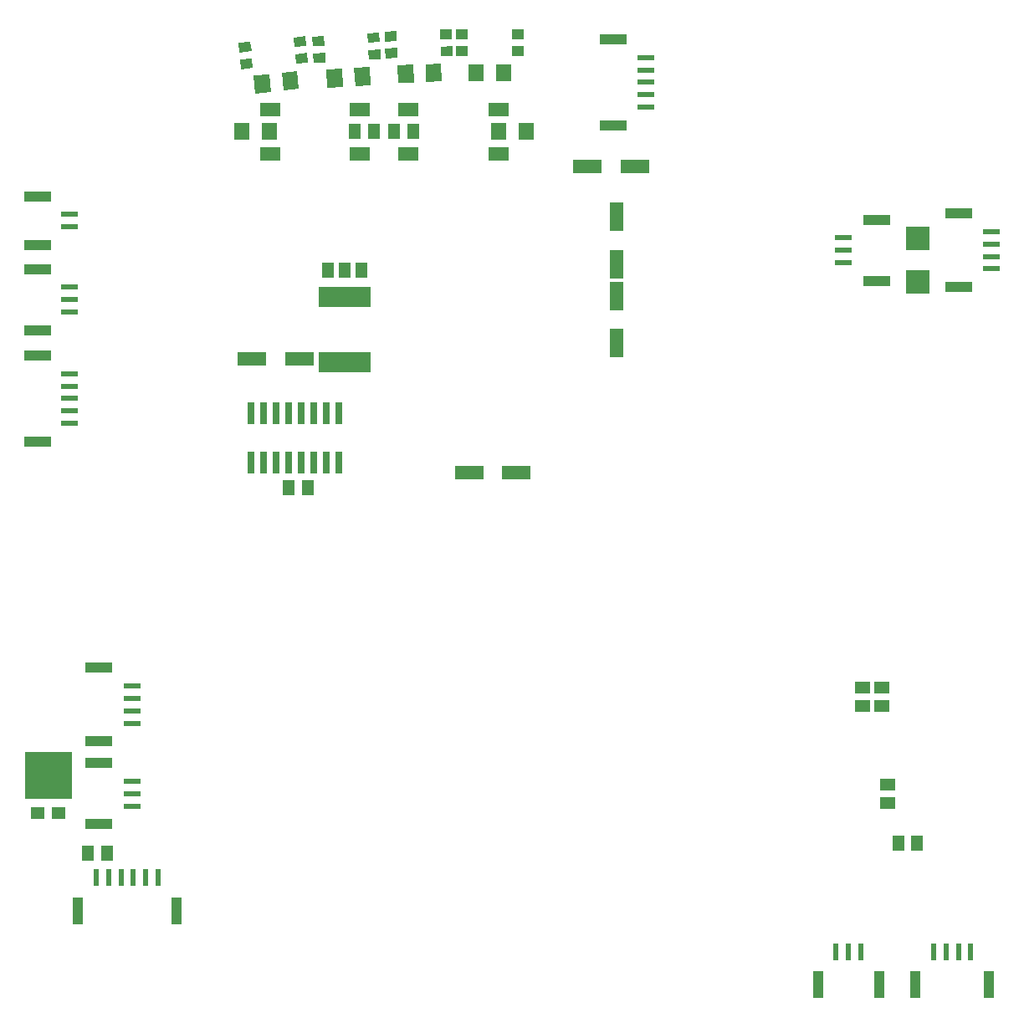
<source format=gbr>
G04 EAGLE Gerber RS-274X export*
G75*
%MOMM*%
%FSLAX34Y34*%
%LPD*%
%INSolderpaste Top*%
%IPPOS*%
%AMOC8*
5,1,8,0,0,1.08239X$1,22.5*%
G01*
%ADD10R,3.000000X1.400000*%
%ADD11R,1.400000X3.000000*%
%ADD12R,4.800000X4.720000*%
%ADD13R,1.400000X1.270000*%
%ADD14R,0.600000X1.700000*%
%ADD15R,1.000000X2.800000*%
%ADD16R,1.700000X0.600000*%
%ADD17R,2.800000X1.000000*%
%ADD18R,2.700000X1.000000*%
%ADD19R,2.400000X2.400000*%
%ADD20R,1.200000X1.000000*%
%ADD21R,1.600000X1.803000*%
%ADD22R,0.639100X2.268500*%
%ADD23R,1.300000X1.500000*%
%ADD24R,5.300000X2.000000*%
%ADD25R,2.100000X1.400000*%
%ADD26R,1.500000X1.300000*%


D10*
X456000Y545000D03*
X504000Y545000D03*
D11*
X605000Y724000D03*
X605000Y676000D03*
D12*
X30000Y238100D03*
D13*
X19600Y200000D03*
X40400Y200000D03*
D14*
X827500Y60000D03*
X840000Y60000D03*
D15*
X871000Y26500D03*
X809000Y26500D03*
D14*
X852500Y60000D03*
X926250Y60000D03*
X938750Y60000D03*
D15*
X982250Y26500D03*
X907750Y26500D03*
D14*
X951250Y60000D03*
X963750Y60000D03*
X78750Y135000D03*
X91250Y135000D03*
D15*
X159750Y101500D03*
X60250Y101500D03*
D14*
X103750Y135000D03*
X116250Y135000D03*
X128750Y135000D03*
X141250Y135000D03*
D16*
X115000Y328750D03*
X115000Y316250D03*
D17*
X81500Y272750D03*
X81500Y347250D03*
D16*
X115000Y303750D03*
X115000Y291250D03*
X835000Y757500D03*
X835000Y770000D03*
D17*
X868500Y801000D03*
X868500Y739000D03*
D16*
X835000Y782500D03*
X51500Y732500D03*
X51500Y720000D03*
D18*
X19500Y689000D03*
X19500Y751000D03*
D16*
X51500Y707500D03*
X985000Y788750D03*
X985000Y776250D03*
D17*
X951500Y732750D03*
X951500Y807250D03*
D16*
X985000Y763750D03*
X985000Y751250D03*
X115000Y232500D03*
X115000Y220000D03*
D17*
X81500Y189000D03*
X81500Y251000D03*
D16*
X115000Y207500D03*
X51500Y806250D03*
X51500Y793750D03*
D18*
X19500Y775250D03*
X19500Y824750D03*
D16*
X51500Y645000D03*
X51500Y632500D03*
D18*
X19500Y576500D03*
X19500Y663500D03*
D16*
X51500Y620000D03*
X51500Y607500D03*
X51500Y595000D03*
D19*
X910000Y738000D03*
X910000Y782000D03*
D20*
G36*
X237395Y954454D02*
X225451Y953303D01*
X224493Y963256D01*
X236437Y964407D01*
X237395Y954454D01*
G37*
G36*
X235765Y971376D02*
X223821Y970225D01*
X222863Y980178D01*
X234807Y981329D01*
X235765Y971376D01*
G37*
G36*
X291507Y976744D02*
X279563Y975593D01*
X278605Y985546D01*
X290549Y986697D01*
X291507Y976744D01*
G37*
G36*
X293137Y959822D02*
X281193Y958671D01*
X280235Y968624D01*
X292179Y969775D01*
X293137Y959822D01*
G37*
D21*
G36*
X255672Y930431D02*
X239746Y928897D01*
X238018Y946843D01*
X253944Y948377D01*
X255672Y930431D01*
G37*
G36*
X283982Y933157D02*
X268056Y931623D01*
X266328Y949569D01*
X282254Y951103D01*
X283982Y933157D01*
G37*
D22*
X324450Y605234D03*
X311750Y605234D03*
X299050Y605234D03*
X286350Y605234D03*
X273650Y605234D03*
X260950Y605234D03*
X248250Y605234D03*
X235550Y605234D03*
X235550Y554766D03*
X248250Y554766D03*
X260950Y554766D03*
X273650Y554766D03*
X286350Y554766D03*
X299050Y554766D03*
X311750Y554766D03*
X324450Y554766D03*
D23*
X273500Y530000D03*
X292500Y530000D03*
D10*
X236000Y660000D03*
X284000Y660000D03*
X576000Y855000D03*
X624000Y855000D03*
D23*
X347000Y750000D03*
X330000Y750000D03*
X313000Y750000D03*
D11*
X605000Y804000D03*
X605000Y756000D03*
D24*
X330000Y657000D03*
X330000Y723000D03*
D25*
X254500Y867500D03*
X254500Y912500D03*
X345500Y867500D03*
X345500Y912500D03*
D21*
X254220Y890000D03*
X225780Y890000D03*
D23*
X340500Y890000D03*
X359500Y890000D03*
D25*
X394500Y867500D03*
X394500Y912500D03*
X485500Y867500D03*
X485500Y912500D03*
D21*
X485780Y890000D03*
X514220Y890000D03*
D23*
X399500Y890000D03*
X380500Y890000D03*
D20*
G36*
X310865Y960182D02*
X298888Y959450D01*
X298277Y969430D01*
X310254Y970162D01*
X310865Y960182D01*
G37*
G36*
X309827Y977151D02*
X297850Y976419D01*
X297239Y986399D01*
X309216Y987131D01*
X309827Y977151D01*
G37*
G36*
X365723Y980570D02*
X353746Y979838D01*
X353135Y989818D01*
X365112Y990550D01*
X365723Y980570D01*
G37*
G36*
X366761Y963601D02*
X354784Y962869D01*
X354173Y972849D01*
X366150Y973581D01*
X366761Y963601D01*
G37*
D21*
G36*
X328342Y935623D02*
X312373Y934646D01*
X311272Y952641D01*
X327241Y953618D01*
X328342Y935623D01*
G37*
G36*
X356728Y937359D02*
X340759Y936382D01*
X339658Y954377D01*
X355627Y955354D01*
X356728Y937359D01*
G37*
D20*
G36*
X383484Y964741D02*
X371493Y964322D01*
X371144Y974315D01*
X383135Y974734D01*
X383484Y964741D01*
G37*
G36*
X382890Y981731D02*
X370899Y981312D01*
X370550Y991305D01*
X382541Y991724D01*
X382890Y981731D01*
G37*
G36*
X438856Y983685D02*
X426865Y983266D01*
X426516Y993259D01*
X438507Y993678D01*
X438856Y983685D01*
G37*
G36*
X439450Y966695D02*
X427459Y966276D01*
X427110Y976269D01*
X439101Y976688D01*
X439450Y966695D01*
G37*
D21*
G36*
X400098Y939774D02*
X384109Y939216D01*
X383480Y957234D01*
X399469Y957792D01*
X400098Y939774D01*
G37*
G36*
X428520Y940766D02*
X412531Y940208D01*
X411902Y958226D01*
X427891Y958784D01*
X428520Y940766D01*
G37*
D26*
X874000Y308500D03*
X874000Y327500D03*
D20*
X449000Y971500D03*
X449000Y988500D03*
X505000Y988500D03*
X505000Y971500D03*
D21*
X462780Y950000D03*
X491220Y950000D03*
D26*
X854000Y308500D03*
X854000Y327500D03*
D23*
X89500Y160000D03*
X70500Y160000D03*
D16*
X635000Y965000D03*
X635000Y952500D03*
D17*
X601500Y896500D03*
X601500Y983500D03*
D16*
X635000Y940000D03*
X635000Y927500D03*
X635000Y915000D03*
D26*
X880000Y210500D03*
X880000Y229500D03*
D23*
X890500Y170000D03*
X909500Y170000D03*
M02*

</source>
